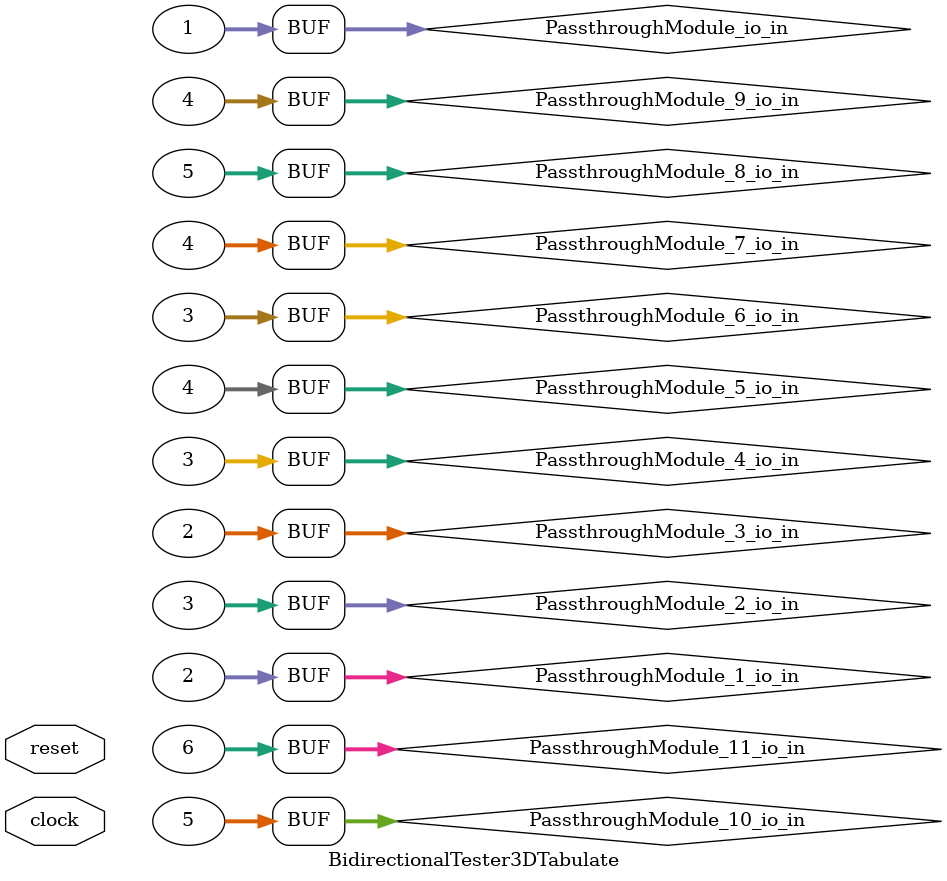
<source format=v>
module PassthroughModule(
  input  [31:0] io_in,
  output [31:0] io_out
);
  assign io_out = io_in; // @[Util.scala 19:10]
endmodule
module BidirectionalTester3DTabulate(
  input   clock,
  input   reset
);
  wire [31:0] PassthroughModule_io_in; // @[Vec.scala 225:30]
  wire [31:0] PassthroughModule_io_out; // @[Vec.scala 225:30]
  wire [31:0] PassthroughModule_1_io_in; // @[Vec.scala 225:30]
  wire [31:0] PassthroughModule_1_io_out; // @[Vec.scala 225:30]
  wire [31:0] PassthroughModule_2_io_in; // @[Vec.scala 225:30]
  wire [31:0] PassthroughModule_2_io_out; // @[Vec.scala 225:30]
  wire [31:0] PassthroughModule_3_io_in; // @[Vec.scala 225:30]
  wire [31:0] PassthroughModule_3_io_out; // @[Vec.scala 225:30]
  wire [31:0] PassthroughModule_4_io_in; // @[Vec.scala 225:30]
  wire [31:0] PassthroughModule_4_io_out; // @[Vec.scala 225:30]
  wire [31:0] PassthroughModule_5_io_in; // @[Vec.scala 225:30]
  wire [31:0] PassthroughModule_5_io_out; // @[Vec.scala 225:30]
  wire [31:0] PassthroughModule_6_io_in; // @[Vec.scala 225:30]
  wire [31:0] PassthroughModule_6_io_out; // @[Vec.scala 225:30]
  wire [31:0] PassthroughModule_7_io_in; // @[Vec.scala 225:30]
  wire [31:0] PassthroughModule_7_io_out; // @[Vec.scala 225:30]
  wire [31:0] PassthroughModule_8_io_in; // @[Vec.scala 225:30]
  wire [31:0] PassthroughModule_8_io_out; // @[Vec.scala 225:30]
  wire [31:0] PassthroughModule_9_io_in; // @[Vec.scala 225:30]
  wire [31:0] PassthroughModule_9_io_out; // @[Vec.scala 225:30]
  wire [31:0] PassthroughModule_10_io_in; // @[Vec.scala 225:30]
  wire [31:0] PassthroughModule_10_io_out; // @[Vec.scala 225:30]
  wire [31:0] PassthroughModule_11_io_in; // @[Vec.scala 225:30]
  wire [31:0] PassthroughModule_11_io_out; // @[Vec.scala 225:30]
  wire  _T_2 = ~reset; // @[Vec.scala 227:13]
  PassthroughModule PassthroughModule ( // @[Vec.scala 225:30]
    .io_in(PassthroughModule_io_in),
    .io_out(PassthroughModule_io_out)
  );
  PassthroughModule PassthroughModule_1 ( // @[Vec.scala 225:30]
    .io_in(PassthroughModule_1_io_in),
    .io_out(PassthroughModule_1_io_out)
  );
  PassthroughModule PassthroughModule_2 ( // @[Vec.scala 225:30]
    .io_in(PassthroughModule_2_io_in),
    .io_out(PassthroughModule_2_io_out)
  );
  PassthroughModule PassthroughModule_3 ( // @[Vec.scala 225:30]
    .io_in(PassthroughModule_3_io_in),
    .io_out(PassthroughModule_3_io_out)
  );
  PassthroughModule PassthroughModule_4 ( // @[Vec.scala 225:30]
    .io_in(PassthroughModule_4_io_in),
    .io_out(PassthroughModule_4_io_out)
  );
  PassthroughModule PassthroughModule_5 ( // @[Vec.scala 225:30]
    .io_in(PassthroughModule_5_io_in),
    .io_out(PassthroughModule_5_io_out)
  );
  PassthroughModule PassthroughModule_6 ( // @[Vec.scala 225:30]
    .io_in(PassthroughModule_6_io_in),
    .io_out(PassthroughModule_6_io_out)
  );
  PassthroughModule PassthroughModule_7 ( // @[Vec.scala 225:30]
    .io_in(PassthroughModule_7_io_in),
    .io_out(PassthroughModule_7_io_out)
  );
  PassthroughModule PassthroughModule_8 ( // @[Vec.scala 225:30]
    .io_in(PassthroughModule_8_io_in),
    .io_out(PassthroughModule_8_io_out)
  );
  PassthroughModule PassthroughModule_9 ( // @[Vec.scala 225:30]
    .io_in(PassthroughModule_9_io_in),
    .io_out(PassthroughModule_9_io_out)
  );
  PassthroughModule PassthroughModule_10 ( // @[Vec.scala 225:30]
    .io_in(PassthroughModule_10_io_in),
    .io_out(PassthroughModule_10_io_out)
  );
  PassthroughModule PassthroughModule_11 ( // @[Vec.scala 225:30]
    .io_in(PassthroughModule_11_io_in),
    .io_out(PassthroughModule_11_io_out)
  );
  assign PassthroughModule_io_in = 32'h1; // @[Vec.scala 217:{43,43}]
  assign PassthroughModule_1_io_in = 32'h2; // @[Vec.scala 217:{43,43}]
  assign PassthroughModule_2_io_in = 32'h3; // @[Vec.scala 217:{43,43}]
  assign PassthroughModule_3_io_in = 32'h2; // @[Vec.scala 217:{43,43}]
  assign PassthroughModule_4_io_in = 32'h3; // @[Vec.scala 217:{43,43}]
  assign PassthroughModule_5_io_in = 32'h4; // @[Vec.scala 217:{43,43}]
  assign PassthroughModule_6_io_in = 32'h3; // @[Vec.scala 217:{43,43}]
  assign PassthroughModule_7_io_in = 32'h4; // @[Vec.scala 217:{43,43}]
  assign PassthroughModule_8_io_in = 32'h5; // @[Vec.scala 217:{43,43}]
  assign PassthroughModule_9_io_in = 32'h4; // @[Vec.scala 217:{43,43}]
  assign PassthroughModule_10_io_in = 32'h5; // @[Vec.scala 217:{43,43}]
  assign PassthroughModule_11_io_in = 32'h6; // @[Vec.scala 217:{43,43}]
  always @(posedge clock) begin
    `ifndef SYNTHESIS
    `ifdef STOP_COND
      if (`STOP_COND) begin
    `endif
        if (~reset & ~(PassthroughModule_io_out == 32'h1)) begin
          $fatal; // @[Vec.scala 227:13]
        end
    `ifdef STOP_COND
      end
    `endif
    `endif // SYNTHESIS
    `ifndef SYNTHESIS
    `ifdef PRINTF_COND
      if (`PRINTF_COND) begin
    `endif
        if (~reset & ~(PassthroughModule_io_out == 32'h1)) begin
          $fwrite(32'h80000002,"Assertion failed\n    at Vec.scala:227 assert(receiveMod.out === value.U)\n"); // @[Vec.scala 227:13]
        end
    `ifdef PRINTF_COND
      end
    `endif
    `endif // SYNTHESIS
    `ifndef SYNTHESIS
    `ifdef STOP_COND
      if (`STOP_COND) begin
    `endif
        if (~reset & ~(PassthroughModule_1_io_out == 32'h2)) begin
          $fatal; // @[Vec.scala 227:13]
        end
    `ifdef STOP_COND
      end
    `endif
    `endif // SYNTHESIS
    `ifndef SYNTHESIS
    `ifdef PRINTF_COND
      if (`PRINTF_COND) begin
    `endif
        if (~reset & ~(PassthroughModule_1_io_out == 32'h2)) begin
          $fwrite(32'h80000002,"Assertion failed\n    at Vec.scala:227 assert(receiveMod.out === value.U)\n"); // @[Vec.scala 227:13]
        end
    `ifdef PRINTF_COND
      end
    `endif
    `endif // SYNTHESIS
    `ifndef SYNTHESIS
    `ifdef STOP_COND
      if (`STOP_COND) begin
    `endif
        if (~reset & ~(PassthroughModule_2_io_out == 32'h3)) begin
          $fatal; // @[Vec.scala 227:13]
        end
    `ifdef STOP_COND
      end
    `endif
    `endif // SYNTHESIS
    `ifndef SYNTHESIS
    `ifdef PRINTF_COND
      if (`PRINTF_COND) begin
    `endif
        if (~reset & ~(PassthroughModule_2_io_out == 32'h3)) begin
          $fwrite(32'h80000002,"Assertion failed\n    at Vec.scala:227 assert(receiveMod.out === value.U)\n"); // @[Vec.scala 227:13]
        end
    `ifdef PRINTF_COND
      end
    `endif
    `endif // SYNTHESIS
    `ifndef SYNTHESIS
    `ifdef STOP_COND
      if (`STOP_COND) begin
    `endif
        if (~reset & ~(PassthroughModule_3_io_out == 32'h2)) begin
          $fatal; // @[Vec.scala 227:13]
        end
    `ifdef STOP_COND
      end
    `endif
    `endif // SYNTHESIS
    `ifndef SYNTHESIS
    `ifdef PRINTF_COND
      if (`PRINTF_COND) begin
    `endif
        if (~reset & ~(PassthroughModule_3_io_out == 32'h2)) begin
          $fwrite(32'h80000002,"Assertion failed\n    at Vec.scala:227 assert(receiveMod.out === value.U)\n"); // @[Vec.scala 227:13]
        end
    `ifdef PRINTF_COND
      end
    `endif
    `endif // SYNTHESIS
    `ifndef SYNTHESIS
    `ifdef STOP_COND
      if (`STOP_COND) begin
    `endif
        if (~reset & ~(PassthroughModule_4_io_out == 32'h3)) begin
          $fatal; // @[Vec.scala 227:13]
        end
    `ifdef STOP_COND
      end
    `endif
    `endif // SYNTHESIS
    `ifndef SYNTHESIS
    `ifdef PRINTF_COND
      if (`PRINTF_COND) begin
    `endif
        if (~reset & ~(PassthroughModule_4_io_out == 32'h3)) begin
          $fwrite(32'h80000002,"Assertion failed\n    at Vec.scala:227 assert(receiveMod.out === value.U)\n"); // @[Vec.scala 227:13]
        end
    `ifdef PRINTF_COND
      end
    `endif
    `endif // SYNTHESIS
    `ifndef SYNTHESIS
    `ifdef STOP_COND
      if (`STOP_COND) begin
    `endif
        if (~reset & ~(PassthroughModule_5_io_out == 32'h4)) begin
          $fatal; // @[Vec.scala 227:13]
        end
    `ifdef STOP_COND
      end
    `endif
    `endif // SYNTHESIS
    `ifndef SYNTHESIS
    `ifdef PRINTF_COND
      if (`PRINTF_COND) begin
    `endif
        if (~reset & ~(PassthroughModule_5_io_out == 32'h4)) begin
          $fwrite(32'h80000002,"Assertion failed\n    at Vec.scala:227 assert(receiveMod.out === value.U)\n"); // @[Vec.scala 227:13]
        end
    `ifdef PRINTF_COND
      end
    `endif
    `endif // SYNTHESIS
    `ifndef SYNTHESIS
    `ifdef STOP_COND
      if (`STOP_COND) begin
    `endif
        if (~reset & ~(PassthroughModule_6_io_out == 32'h3)) begin
          $fatal; // @[Vec.scala 227:13]
        end
    `ifdef STOP_COND
      end
    `endif
    `endif // SYNTHESIS
    `ifndef SYNTHESIS
    `ifdef PRINTF_COND
      if (`PRINTF_COND) begin
    `endif
        if (~reset & ~(PassthroughModule_6_io_out == 32'h3)) begin
          $fwrite(32'h80000002,"Assertion failed\n    at Vec.scala:227 assert(receiveMod.out === value.U)\n"); // @[Vec.scala 227:13]
        end
    `ifdef PRINTF_COND
      end
    `endif
    `endif // SYNTHESIS
    `ifndef SYNTHESIS
    `ifdef STOP_COND
      if (`STOP_COND) begin
    `endif
        if (~reset & ~(PassthroughModule_7_io_out == 32'h4)) begin
          $fatal; // @[Vec.scala 227:13]
        end
    `ifdef STOP_COND
      end
    `endif
    `endif // SYNTHESIS
    `ifndef SYNTHESIS
    `ifdef PRINTF_COND
      if (`PRINTF_COND) begin
    `endif
        if (~reset & ~(PassthroughModule_7_io_out == 32'h4)) begin
          $fwrite(32'h80000002,"Assertion failed\n    at Vec.scala:227 assert(receiveMod.out === value.U)\n"); // @[Vec.scala 227:13]
        end
    `ifdef PRINTF_COND
      end
    `endif
    `endif // SYNTHESIS
    `ifndef SYNTHESIS
    `ifdef STOP_COND
      if (`STOP_COND) begin
    `endif
        if (~reset & ~(PassthroughModule_8_io_out == 32'h5)) begin
          $fatal; // @[Vec.scala 227:13]
        end
    `ifdef STOP_COND
      end
    `endif
    `endif // SYNTHESIS
    `ifndef SYNTHESIS
    `ifdef PRINTF_COND
      if (`PRINTF_COND) begin
    `endif
        if (~reset & ~(PassthroughModule_8_io_out == 32'h5)) begin
          $fwrite(32'h80000002,"Assertion failed\n    at Vec.scala:227 assert(receiveMod.out === value.U)\n"); // @[Vec.scala 227:13]
        end
    `ifdef PRINTF_COND
      end
    `endif
    `endif // SYNTHESIS
    `ifndef SYNTHESIS
    `ifdef STOP_COND
      if (`STOP_COND) begin
    `endif
        if (~reset & ~(PassthroughModule_9_io_out == 32'h4)) begin
          $fatal; // @[Vec.scala 227:13]
        end
    `ifdef STOP_COND
      end
    `endif
    `endif // SYNTHESIS
    `ifndef SYNTHESIS
    `ifdef PRINTF_COND
      if (`PRINTF_COND) begin
    `endif
        if (~reset & ~(PassthroughModule_9_io_out == 32'h4)) begin
          $fwrite(32'h80000002,"Assertion failed\n    at Vec.scala:227 assert(receiveMod.out === value.U)\n"); // @[Vec.scala 227:13]
        end
    `ifdef PRINTF_COND
      end
    `endif
    `endif // SYNTHESIS
    `ifndef SYNTHESIS
    `ifdef STOP_COND
      if (`STOP_COND) begin
    `endif
        if (~reset & ~(PassthroughModule_10_io_out == 32'h5)) begin
          $fatal; // @[Vec.scala 227:13]
        end
    `ifdef STOP_COND
      end
    `endif
    `endif // SYNTHESIS
    `ifndef SYNTHESIS
    `ifdef PRINTF_COND
      if (`PRINTF_COND) begin
    `endif
        if (~reset & ~(PassthroughModule_10_io_out == 32'h5)) begin
          $fwrite(32'h80000002,"Assertion failed\n    at Vec.scala:227 assert(receiveMod.out === value.U)\n"); // @[Vec.scala 227:13]
        end
    `ifdef PRINTF_COND
      end
    `endif
    `endif // SYNTHESIS
    `ifndef SYNTHESIS
    `ifdef STOP_COND
      if (`STOP_COND) begin
    `endif
        if (~reset & ~(PassthroughModule_11_io_out == 32'h6)) begin
          $fatal; // @[Vec.scala 227:13]
        end
    `ifdef STOP_COND
      end
    `endif
    `endif // SYNTHESIS
    `ifndef SYNTHESIS
    `ifdef PRINTF_COND
      if (`PRINTF_COND) begin
    `endif
        if (~reset & ~(PassthroughModule_11_io_out == 32'h6)) begin
          $fwrite(32'h80000002,"Assertion failed\n    at Vec.scala:227 assert(receiveMod.out === value.U)\n"); // @[Vec.scala 227:13]
        end
    `ifdef PRINTF_COND
      end
    `endif
    `endif // SYNTHESIS
    `ifndef SYNTHESIS
    `ifdef STOP_COND
      if (`STOP_COND) begin
    `endif
        if (_T_2) begin
          $finish; // @[Vec.scala 229:9]
        end
    `ifdef STOP_COND
      end
    `endif
    `endif // SYNTHESIS
  end
endmodule

</source>
